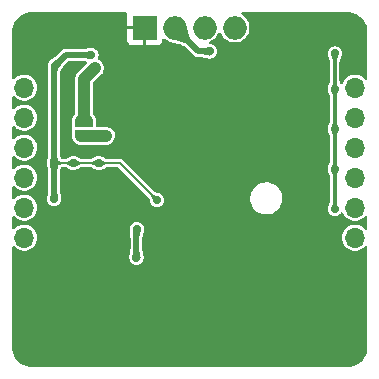
<source format=gbl>
G04 #@! TF.GenerationSoftware,KiCad,Pcbnew,7.0.1*
G04 #@! TF.CreationDate,2023-07-17T03:26:51+02:00*
G04 #@! TF.ProjectId,RS485_interface,52533438-355f-4696-9e74-657266616365,2*
G04 #@! TF.SameCoordinates,Original*
G04 #@! TF.FileFunction,Copper,L2,Bot*
G04 #@! TF.FilePolarity,Positive*
%FSLAX46Y46*%
G04 Gerber Fmt 4.6, Leading zero omitted, Abs format (unit mm)*
G04 Created by KiCad (PCBNEW 7.0.1) date 2023-07-17 03:26:51*
%MOMM*%
%LPD*%
G01*
G04 APERTURE LIST*
G04 Aperture macros list*
%AMFreePoly0*
4,1,19,0.500000,-0.750000,0.000000,-0.750000,0.000000,-0.744911,-0.071157,-0.744911,-0.207708,-0.704816,-0.327430,-0.627875,-0.420627,-0.520320,-0.479746,-0.390866,-0.500000,-0.250000,-0.500000,0.250000,-0.479746,0.390866,-0.420627,0.520320,-0.327430,0.627875,-0.207708,0.704816,-0.071157,0.744911,0.000000,0.744911,0.000000,0.750000,0.500000,0.750000,0.500000,-0.750000,0.500000,-0.750000,
$1*%
%AMFreePoly1*
4,1,19,0.000000,0.744911,0.071157,0.744911,0.207708,0.704816,0.327430,0.627875,0.420627,0.520320,0.479746,0.390866,0.500000,0.250000,0.500000,-0.250000,0.479746,-0.390866,0.420627,-0.520320,0.327430,-0.627875,0.207708,-0.704816,0.071157,-0.744911,0.000000,-0.744911,0.000000,-0.750000,-0.500000,-0.750000,-0.500000,0.750000,0.000000,0.750000,0.000000,0.744911,0.000000,0.744911,
$1*%
G04 Aperture macros list end*
G04 #@! TA.AperFunction,SMDPad,CuDef*
%ADD10FreePoly0,270.000000*%
G04 #@! TD*
G04 #@! TA.AperFunction,SMDPad,CuDef*
%ADD11FreePoly1,270.000000*%
G04 #@! TD*
G04 #@! TA.AperFunction,ComponentPad*
%ADD12R,2.000000X2.000000*%
G04 #@! TD*
G04 #@! TA.AperFunction,ComponentPad*
%ADD13O,2.000000X2.000000*%
G04 #@! TD*
G04 #@! TA.AperFunction,ComponentPad*
%ADD14O,1.700000X1.700000*%
G04 #@! TD*
G04 #@! TA.AperFunction,ViaPad*
%ADD15C,0.700000*%
G04 #@! TD*
G04 #@! TA.AperFunction,Conductor*
%ADD16C,1.000000*%
G04 #@! TD*
G04 #@! TA.AperFunction,Conductor*
%ADD17C,0.300000*%
G04 #@! TD*
G04 #@! TA.AperFunction,Conductor*
%ADD18C,0.500000*%
G04 #@! TD*
G04 #@! TA.AperFunction,Conductor*
%ADD19C,0.200000*%
G04 #@! TD*
G04 APERTURE END LIST*
D10*
X98500000Y-55625000D03*
D11*
X98500000Y-56925000D03*
D12*
X103630001Y-47755420D03*
D13*
X106170001Y-47755420D03*
D14*
X93440001Y-52835420D03*
X93440001Y-55375420D03*
X93440001Y-57915420D03*
X93440001Y-60455420D03*
X93440001Y-62995420D03*
X93440001Y-65535420D03*
X121440001Y-65535420D03*
X121440001Y-62995420D03*
X121440001Y-60455420D03*
X121440001Y-57915420D03*
X121440001Y-55375420D03*
X121440001Y-52835420D03*
D13*
X108710001Y-47755420D03*
X111250001Y-47755420D03*
D15*
X100375000Y-56925000D03*
X99425000Y-51175000D03*
X118785301Y-48064978D03*
X113705301Y-48064978D03*
X116245301Y-48064978D03*
X121325301Y-48064978D03*
X121125001Y-70160420D03*
X121125001Y-67620420D03*
X118585001Y-75240420D03*
X118585001Y-65080420D03*
X116045001Y-75240420D03*
X116045001Y-67620420D03*
X116045001Y-62540420D03*
X113505001Y-75240420D03*
X113505001Y-60000420D03*
X110965001Y-75240420D03*
X110965001Y-60000420D03*
X108425001Y-70160420D03*
X105885001Y-70160420D03*
X100805001Y-62540420D03*
X98265001Y-75240420D03*
X98265001Y-67620420D03*
X95725001Y-70160420D03*
X95725001Y-67620420D03*
X93185001Y-70160420D03*
X93185001Y-67620420D03*
X93185001Y-49840420D03*
X119725301Y-49939978D03*
X119725301Y-52939978D03*
X119725301Y-56314978D03*
X119725301Y-59714978D03*
X119725301Y-63114978D03*
X109150301Y-49764978D03*
X99125301Y-50064978D03*
X96050301Y-50964978D03*
X104700301Y-62364978D03*
X95975301Y-62289478D03*
X95975301Y-59214478D03*
X99750301Y-59214478D03*
X97600301Y-59214478D03*
X100400301Y-65664978D03*
X101350301Y-47064978D03*
X94150301Y-47064978D03*
X107550301Y-51464978D03*
X114050301Y-58239978D03*
X105600301Y-57214978D03*
X114050301Y-56564978D03*
X106625301Y-51964978D03*
X104725301Y-54852478D03*
X110185001Y-62305420D03*
X109850301Y-51139978D03*
X102935001Y-67230420D03*
X102960001Y-64805420D03*
D16*
X98500000Y-56925000D02*
X100375000Y-56925000D01*
X98500000Y-52100000D02*
X99425000Y-51175000D01*
X98500000Y-55625000D02*
X98500000Y-52100000D01*
D17*
X119725301Y-52939978D02*
X119725301Y-49939978D01*
X119725301Y-56314978D02*
X119725301Y-52939978D01*
X119725301Y-59714978D02*
X119725301Y-56314978D01*
X119725301Y-63114978D02*
X119725301Y-59714978D01*
D18*
X108179559Y-49764978D02*
X109150301Y-49764978D01*
X106170001Y-47755420D02*
X108179559Y-49764978D01*
X96950301Y-50064978D02*
X96050301Y-50964978D01*
X99125301Y-50064978D02*
X96950301Y-50064978D01*
X95975301Y-51039978D02*
X95975301Y-59214478D01*
X96050301Y-50964978D02*
X95975301Y-51039978D01*
D19*
X101549801Y-59214478D02*
X104700301Y-62364978D01*
X99750301Y-59214478D02*
X101549801Y-59214478D01*
D18*
X95975301Y-62289478D02*
X95975301Y-59214478D01*
D19*
X95975301Y-59214478D02*
X97600301Y-59214478D01*
X99750301Y-59214478D02*
X97600301Y-59214478D01*
D18*
X102935001Y-67230420D02*
X102935001Y-64830420D01*
X102935001Y-64830420D02*
X102960001Y-64805420D01*
G04 #@! TA.AperFunction,Conductor*
G36*
X102092702Y-46454602D02*
G01*
X102137083Y-46493758D01*
X102158260Y-46549024D01*
X102151409Y-46607811D01*
X102136403Y-46648042D01*
X102130001Y-46707596D01*
X102130001Y-47630420D01*
X103631001Y-47630420D01*
X103693001Y-47647033D01*
X103738388Y-47692420D01*
X103755001Y-47754420D01*
X103755001Y-49255420D01*
X104677825Y-49255420D01*
X104737376Y-49249017D01*
X104872090Y-49198772D01*
X104987189Y-49112608D01*
X105073353Y-48997509D01*
X105123598Y-48862795D01*
X105130001Y-48803244D01*
X105130001Y-48783257D01*
X105143516Y-48726962D01*
X105181116Y-48682939D01*
X105234603Y-48660784D01*
X105292319Y-48665326D01*
X105341682Y-48695576D01*
X105363124Y-48717018D01*
X105542362Y-48842522D01*
X105680655Y-48907009D01*
X105682755Y-48908013D01*
X105719144Y-48925858D01*
X105719146Y-48925858D01*
X105719357Y-48925962D01*
X105732354Y-48931116D01*
X105740671Y-48934995D01*
X105769821Y-48942805D01*
X105776549Y-48944815D01*
X106126305Y-49060324D01*
X106141787Y-49064900D01*
X106143221Y-49065275D01*
X106159060Y-49068883D01*
X106475743Y-49130505D01*
X106478508Y-49131076D01*
X106657454Y-49170281D01*
X106705750Y-49180862D01*
X106732300Y-49189927D01*
X106925524Y-49281462D01*
X106952013Y-49298428D01*
X107206835Y-49511695D01*
X107235245Y-49535472D01*
X107236297Y-49536063D01*
X107263273Y-49556506D01*
X107778172Y-50071405D01*
X107794805Y-50092045D01*
X107797413Y-50096103D01*
X107797415Y-50096105D01*
X107797416Y-50096106D01*
X107834960Y-50128637D01*
X107841424Y-50134657D01*
X107850965Y-50144199D01*
X107861766Y-50152284D01*
X107868659Y-50157838D01*
X107906186Y-50190355D01*
X107910568Y-50192356D01*
X107933365Y-50205882D01*
X107937228Y-50208774D01*
X107937229Y-50208774D01*
X107937230Y-50208775D01*
X107983751Y-50226126D01*
X107991931Y-50229514D01*
X108008001Y-50236852D01*
X108037102Y-50250143D01*
X108041875Y-50250829D01*
X108067557Y-50257383D01*
X108072076Y-50259069D01*
X108121611Y-50262611D01*
X108130396Y-50263556D01*
X108143760Y-50265478D01*
X108157251Y-50265478D01*
X108166097Y-50265793D01*
X108215632Y-50269337D01*
X108220345Y-50268312D01*
X108246703Y-50265478D01*
X108410123Y-50265478D01*
X108440607Y-50269283D01*
X108446116Y-50270681D01*
X108583181Y-50278843D01*
X108600369Y-50281081D01*
X108683168Y-50297818D01*
X108692097Y-50299971D01*
X108783476Y-50325639D01*
X108786043Y-50326308D01*
X108792668Y-50328038D01*
X108793514Y-50328242D01*
X108802755Y-50330290D01*
X108802765Y-50330292D01*
X108802792Y-50330298D01*
X108924250Y-50354850D01*
X108941915Y-50357780D01*
X108943537Y-50357991D01*
X108961306Y-50359674D01*
X109122750Y-50369289D01*
X109122760Y-50369288D01*
X109129205Y-50369672D01*
X109146374Y-50370142D01*
X109150301Y-50370660D01*
X109307063Y-50350022D01*
X109453142Y-50289514D01*
X109578583Y-50193260D01*
X109674837Y-50067819D01*
X109735345Y-49921740D01*
X109755983Y-49764978D01*
X109735345Y-49608216D01*
X109674837Y-49462137D01*
X109639006Y-49415441D01*
X109578583Y-49336695D01*
X109453141Y-49240441D01*
X109307063Y-49179934D01*
X109188420Y-49164314D01*
X109129981Y-49140405D01*
X109090890Y-49090819D01*
X109081285Y-49028413D01*
X109103656Y-48969368D01*
X109152202Y-48928993D01*
X109198294Y-48907500D01*
X109337640Y-48842522D01*
X109516878Y-48717018D01*
X109671599Y-48562297D01*
X109797103Y-48383059D01*
X109867618Y-48231837D01*
X109913376Y-48179661D01*
X109980001Y-48160242D01*
X110046626Y-48179661D01*
X110092383Y-48231837D01*
X110162899Y-48383059D01*
X110288403Y-48562297D01*
X110443124Y-48717018D01*
X110622362Y-48842522D01*
X110820671Y-48934995D01*
X111032024Y-48991627D01*
X111250001Y-49010697D01*
X111467978Y-48991627D01*
X111679331Y-48934995D01*
X111877640Y-48842522D01*
X112056878Y-48717018D01*
X112211599Y-48562297D01*
X112337103Y-48383059D01*
X112429576Y-48184750D01*
X112486208Y-47973397D01*
X112505278Y-47755420D01*
X112486208Y-47537443D01*
X112429576Y-47326090D01*
X112337103Y-47127782D01*
X112211599Y-46948543D01*
X112056878Y-46793822D01*
X111877640Y-46668318D01*
X111877636Y-46668316D01*
X111874404Y-46666053D01*
X111834077Y-46618836D01*
X111821698Y-46557988D01*
X111840370Y-46498768D01*
X111885412Y-46456025D01*
X111945528Y-46440478D01*
X120752706Y-46440478D01*
X120795873Y-46440478D01*
X120804719Y-46440794D01*
X121033326Y-46457144D01*
X121050827Y-46459661D01*
X121270445Y-46507435D01*
X121287407Y-46512415D01*
X121498002Y-46590963D01*
X121514079Y-46598304D01*
X121711356Y-46706025D01*
X121726219Y-46715578D01*
X121817458Y-46783878D01*
X121906144Y-46850267D01*
X121919514Y-46861852D01*
X122078432Y-47020767D01*
X122090019Y-47034138D01*
X122224709Y-47214061D01*
X122234273Y-47228943D01*
X122305091Y-47358635D01*
X122341985Y-47426199D01*
X122349334Y-47442293D01*
X122427874Y-47652862D01*
X122432859Y-47669837D01*
X122480635Y-47889450D01*
X122483153Y-47906961D01*
X122499485Y-48135268D01*
X122499801Y-48144116D01*
X122499801Y-52042707D01*
X122484683Y-52102043D01*
X122443015Y-52146910D01*
X122384958Y-52166368D01*
X122324668Y-52155674D01*
X122276847Y-52117433D01*
X122256766Y-52090841D01*
X122106042Y-51953438D01*
X121932639Y-51846072D01*
X121742458Y-51772396D01*
X121675630Y-51759903D01*
X121541977Y-51734920D01*
X121338025Y-51734920D01*
X121237784Y-51753658D01*
X121137543Y-51772396D01*
X120947362Y-51846072D01*
X120773959Y-51953438D01*
X120623237Y-52090839D01*
X120500325Y-52253601D01*
X120409419Y-52436167D01*
X120404713Y-52452708D01*
X120375562Y-52503950D01*
X120326043Y-52535938D01*
X120267348Y-52541444D01*
X120212743Y-52519222D01*
X120174572Y-52474295D01*
X120173600Y-52472354D01*
X120169710Y-52463788D01*
X120153370Y-52423852D01*
X120146737Y-52402161D01*
X120138648Y-52363294D01*
X120136198Y-52344103D01*
X120131040Y-52238625D01*
X120129328Y-52231601D01*
X120125801Y-52202237D01*
X120125801Y-50677719D01*
X120129328Y-50648355D01*
X120131039Y-50641334D01*
X120131040Y-50641331D01*
X120136198Y-50535850D01*
X120138650Y-50516654D01*
X120146738Y-50477784D01*
X120153370Y-50456101D01*
X120169714Y-50416153D01*
X120173603Y-50407592D01*
X120215469Y-50324022D01*
X120217583Y-50319700D01*
X120217775Y-50319298D01*
X120219852Y-50314841D01*
X120271739Y-50200601D01*
X120276296Y-50190568D01*
X120276298Y-50190563D01*
X120287388Y-50153771D01*
X120291539Y-50142138D01*
X120310345Y-50096740D01*
X120330983Y-49939978D01*
X120310345Y-49783216D01*
X120249837Y-49637137D01*
X120227645Y-49608216D01*
X120153583Y-49511695D01*
X120028141Y-49415441D01*
X119882063Y-49354934D01*
X119725301Y-49334295D01*
X119568538Y-49354934D01*
X119422460Y-49415441D01*
X119297018Y-49511695D01*
X119200764Y-49637137D01*
X119140257Y-49783215D01*
X119119618Y-49939978D01*
X119140256Y-50096738D01*
X119159059Y-50142132D01*
X119163221Y-50153799D01*
X119174300Y-50190557D01*
X119230762Y-50314871D01*
X119232755Y-50319153D01*
X119232930Y-50319520D01*
X119235104Y-50323969D01*
X119276993Y-50407588D01*
X119280892Y-50416171D01*
X119297228Y-50456100D01*
X119297229Y-50456101D01*
X119303862Y-50477793D01*
X119311949Y-50516654D01*
X119314402Y-50535858D01*
X119319562Y-50641334D01*
X119321274Y-50648358D01*
X119324801Y-50677722D01*
X119324801Y-52202235D01*
X119321272Y-52231608D01*
X119319560Y-52238626D01*
X119314402Y-52344096D01*
X119311949Y-52363304D01*
X119303862Y-52402161D01*
X119297229Y-52423849D01*
X119280888Y-52463790D01*
X119276989Y-52472374D01*
X119235103Y-52555987D01*
X119233065Y-52560149D01*
X119232922Y-52560449D01*
X119230763Y-52565078D01*
X119174299Y-52689400D01*
X119163215Y-52726169D01*
X119159056Y-52737826D01*
X119140257Y-52783215D01*
X119119618Y-52939978D01*
X119140256Y-53096738D01*
X119159059Y-53142132D01*
X119163221Y-53153799D01*
X119174300Y-53190557D01*
X119230762Y-53314871D01*
X119232755Y-53319153D01*
X119232930Y-53319520D01*
X119235104Y-53323969D01*
X119276993Y-53407588D01*
X119280892Y-53416171D01*
X119297228Y-53456100D01*
X119297229Y-53456101D01*
X119303862Y-53477793D01*
X119311949Y-53516654D01*
X119314402Y-53535858D01*
X119319562Y-53641334D01*
X119321274Y-53648358D01*
X119324801Y-53677722D01*
X119324801Y-55577235D01*
X119321272Y-55606608D01*
X119319560Y-55613626D01*
X119314402Y-55719096D01*
X119311949Y-55738304D01*
X119303862Y-55777161D01*
X119297229Y-55798849D01*
X119280888Y-55838790D01*
X119276989Y-55847374D01*
X119235103Y-55930987D01*
X119233065Y-55935149D01*
X119232922Y-55935449D01*
X119230763Y-55940078D01*
X119174299Y-56064400D01*
X119163215Y-56101169D01*
X119159056Y-56112826D01*
X119140257Y-56158215D01*
X119119618Y-56314978D01*
X119140256Y-56471738D01*
X119159059Y-56517132D01*
X119163221Y-56528799D01*
X119174300Y-56565557D01*
X119230762Y-56689871D01*
X119232755Y-56694153D01*
X119232930Y-56694520D01*
X119235104Y-56698969D01*
X119276993Y-56782588D01*
X119280892Y-56791171D01*
X119297228Y-56831100D01*
X119297229Y-56831101D01*
X119303862Y-56852793D01*
X119311949Y-56891654D01*
X119314402Y-56910858D01*
X119319562Y-57016334D01*
X119321274Y-57023358D01*
X119324801Y-57052722D01*
X119324801Y-58977235D01*
X119321272Y-59006608D01*
X119319560Y-59013626D01*
X119314402Y-59119096D01*
X119311949Y-59138304D01*
X119303862Y-59177161D01*
X119297229Y-59198849D01*
X119280888Y-59238790D01*
X119276989Y-59247374D01*
X119235103Y-59330987D01*
X119233069Y-59335144D01*
X119232922Y-59335449D01*
X119230763Y-59340078D01*
X119174299Y-59464400D01*
X119163215Y-59501169D01*
X119159056Y-59512826D01*
X119140257Y-59558215D01*
X119119618Y-59714978D01*
X119140256Y-59871738D01*
X119159059Y-59917132D01*
X119163221Y-59928799D01*
X119174300Y-59965557D01*
X119230762Y-60089871D01*
X119232755Y-60094153D01*
X119232930Y-60094520D01*
X119235104Y-60098969D01*
X119276993Y-60182588D01*
X119280892Y-60191171D01*
X119297229Y-60231101D01*
X119303862Y-60252793D01*
X119311949Y-60291654D01*
X119314402Y-60310858D01*
X119319562Y-60416334D01*
X119321274Y-60423358D01*
X119324801Y-60452722D01*
X119324801Y-62377235D01*
X119321272Y-62406608D01*
X119319560Y-62413626D01*
X119314402Y-62519096D01*
X119311949Y-62538304D01*
X119303862Y-62577161D01*
X119297229Y-62598849D01*
X119280888Y-62638790D01*
X119276989Y-62647374D01*
X119235103Y-62730987D01*
X119233065Y-62735149D01*
X119232922Y-62735449D01*
X119230763Y-62740078D01*
X119174299Y-62864400D01*
X119163215Y-62901169D01*
X119159056Y-62912826D01*
X119140257Y-62958215D01*
X119119618Y-63114978D01*
X119140257Y-63271740D01*
X119200764Y-63417818D01*
X119297018Y-63543260D01*
X119422460Y-63639514D01*
X119568539Y-63700022D01*
X119725301Y-63720660D01*
X119882063Y-63700022D01*
X120028142Y-63639514D01*
X120153583Y-63543260D01*
X120232735Y-63440106D01*
X120281678Y-63401873D01*
X120343025Y-63392168D01*
X120401383Y-63413429D01*
X120442109Y-63460322D01*
X120500327Y-63577240D01*
X120623237Y-63740000D01*
X120773959Y-63877401D01*
X120947362Y-63984767D01*
X120947364Y-63984768D01*
X121137545Y-64058444D01*
X121338025Y-64095920D01*
X121541975Y-64095920D01*
X121541977Y-64095920D01*
X121742457Y-64058444D01*
X121932638Y-63984768D01*
X122106042Y-63877401D01*
X122256765Y-63739999D01*
X122262611Y-63732258D01*
X122276847Y-63713407D01*
X122324668Y-63675166D01*
X122384958Y-63664472D01*
X122443015Y-63683930D01*
X122484683Y-63728797D01*
X122499801Y-63788133D01*
X122499801Y-64742707D01*
X122484683Y-64802043D01*
X122443015Y-64846910D01*
X122384958Y-64866368D01*
X122324668Y-64855674D01*
X122276847Y-64817433D01*
X122256766Y-64790841D01*
X122106042Y-64653438D01*
X121932639Y-64546072D01*
X121742458Y-64472396D01*
X121675630Y-64459904D01*
X121541977Y-64434920D01*
X121338025Y-64434920D01*
X121237785Y-64453657D01*
X121137543Y-64472396D01*
X120947362Y-64546072D01*
X120773959Y-64653438D01*
X120623237Y-64790839D01*
X120500325Y-64953601D01*
X120409419Y-65136168D01*
X120353603Y-65332336D01*
X120334786Y-65535420D01*
X120353603Y-65738503D01*
X120409419Y-65934671D01*
X120500325Y-66117238D01*
X120623237Y-66280000D01*
X120773959Y-66417401D01*
X120940836Y-66520726D01*
X120947364Y-66524768D01*
X121137545Y-66598444D01*
X121338025Y-66635920D01*
X121541975Y-66635920D01*
X121541977Y-66635920D01*
X121742457Y-66598444D01*
X121932638Y-66524768D01*
X122106042Y-66417401D01*
X122256765Y-66279999D01*
X122262611Y-66272258D01*
X122276847Y-66253407D01*
X122324668Y-66215166D01*
X122384958Y-66204472D01*
X122443015Y-66223930D01*
X122484683Y-66268797D01*
X122499801Y-66328133D01*
X122499801Y-74722263D01*
X122499800Y-74722269D01*
X122499800Y-74785555D01*
X122499484Y-74794400D01*
X122483137Y-75022996D01*
X122480620Y-75040507D01*
X122432848Y-75260126D01*
X122427863Y-75277103D01*
X122349325Y-75487675D01*
X122341976Y-75503768D01*
X122234268Y-75701023D01*
X122224703Y-75715907D01*
X122090018Y-75895828D01*
X122078432Y-75909199D01*
X121919513Y-76068120D01*
X121906142Y-76079706D01*
X121726223Y-76214393D01*
X121711339Y-76223958D01*
X121514089Y-76331666D01*
X121497996Y-76339016D01*
X121287414Y-76417560D01*
X121270438Y-76422544D01*
X121050833Y-76470316D01*
X121033322Y-76472834D01*
X120825416Y-76487704D01*
X120805040Y-76489162D01*
X120796195Y-76489478D01*
X94104729Y-76489478D01*
X94095883Y-76489162D01*
X93867284Y-76472812D01*
X93849772Y-76470294D01*
X93630165Y-76422521D01*
X93613194Y-76417538D01*
X93402616Y-76338997D01*
X93386524Y-76331648D01*
X93189270Y-76223937D01*
X93174388Y-76214372D01*
X92994474Y-76079690D01*
X92981102Y-76068104D01*
X92822185Y-75909185D01*
X92810599Y-75895813D01*
X92675916Y-75715894D01*
X92666351Y-75701011D01*
X92558643Y-75503756D01*
X92551294Y-75487663D01*
X92546809Y-75475637D01*
X92472753Y-75277080D01*
X92467775Y-75260126D01*
X92420001Y-75040504D01*
X92417486Y-75023007D01*
X92401117Y-74794106D01*
X92400801Y-74785259D01*
X92400802Y-74742387D01*
X92400801Y-74742384D01*
X92400801Y-67230418D01*
X102329318Y-67230418D01*
X102349957Y-67387182D01*
X102410464Y-67533260D01*
X102506718Y-67658702D01*
X102632160Y-67754956D01*
X102778239Y-67815464D01*
X102935001Y-67836102D01*
X103091763Y-67815464D01*
X103237842Y-67754956D01*
X103363283Y-67658702D01*
X103459537Y-67533261D01*
X103520045Y-67387182D01*
X103540683Y-67230420D01*
X103540165Y-67226493D01*
X103539695Y-67209324D01*
X103539311Y-67202879D01*
X103539312Y-67202869D01*
X103529697Y-67041425D01*
X103528014Y-67023656D01*
X103527803Y-67022034D01*
X103527800Y-67022017D01*
X103527798Y-67022000D01*
X103524877Y-67004390D01*
X103500318Y-66882893D01*
X103498303Y-66873801D01*
X103498268Y-66873642D01*
X103498064Y-66872796D01*
X103495662Y-66863591D01*
X103469995Y-66772219D01*
X103467835Y-66763264D01*
X103451105Y-66680495D01*
X103448866Y-66663300D01*
X103448866Y-66663297D01*
X103440704Y-66526235D01*
X103439306Y-66520726D01*
X103435501Y-66490242D01*
X103435501Y-65544015D01*
X103439719Y-65511948D01*
X103439817Y-65511580D01*
X103440600Y-65508657D01*
X103450307Y-65378739D01*
X103453806Y-65357348D01*
X103472258Y-65285015D01*
X103475573Y-65274133D01*
X103506551Y-65187028D01*
X103510242Y-65175838D01*
X103510555Y-65174810D01*
X103513704Y-65163546D01*
X103544318Y-65043540D01*
X103546836Y-65031479D01*
X103548901Y-65021595D01*
X103549233Y-65019562D01*
X103549234Y-65019558D01*
X103551867Y-64997404D01*
X103563854Y-64836996D01*
X103564673Y-64813084D01*
X103565683Y-64805420D01*
X103545045Y-64648658D01*
X103484537Y-64502579D01*
X103432621Y-64434920D01*
X103388283Y-64377137D01*
X103262841Y-64280883D01*
X103116763Y-64220376D01*
X102960001Y-64199737D01*
X102803238Y-64220376D01*
X102657160Y-64280883D01*
X102531718Y-64377137D01*
X102435464Y-64502579D01*
X102374957Y-64648657D01*
X102354318Y-64805423D01*
X102354383Y-64805912D01*
X102354693Y-64820793D01*
X102354933Y-64820783D01*
X102362531Y-64989244D01*
X102363512Y-65002885D01*
X102363629Y-65004070D01*
X102365313Y-65017498D01*
X102383764Y-65138553D01*
X102384913Y-65145459D01*
X102385016Y-65146030D01*
X102386494Y-65153582D01*
X102406383Y-65247705D01*
X102407646Y-65254656D01*
X102421577Y-65346057D01*
X102422867Y-65359153D01*
X102429255Y-65500784D01*
X102431071Y-65508341D01*
X102434501Y-65537305D01*
X102434501Y-66490237D01*
X102430694Y-66520726D01*
X102429297Y-66526230D01*
X102421133Y-66663297D01*
X102418894Y-66680492D01*
X102402161Y-66763273D01*
X102400000Y-66772231D01*
X102374337Y-66863592D01*
X102374327Y-66863629D01*
X102371891Y-66872977D01*
X102371693Y-66873801D01*
X102369682Y-66882892D01*
X102345124Y-67004387D01*
X102342201Y-67022005D01*
X102341985Y-67023669D01*
X102340305Y-67041409D01*
X102330308Y-67209259D01*
X102329836Y-67226487D01*
X102329318Y-67230418D01*
X92400801Y-67230418D01*
X92400801Y-66355412D01*
X92415919Y-66296076D01*
X92457587Y-66251209D01*
X92515644Y-66231751D01*
X92575934Y-66242445D01*
X92614100Y-66272965D01*
X92614745Y-66272258D01*
X92773959Y-66417401D01*
X92940836Y-66520726D01*
X92947364Y-66524768D01*
X93137545Y-66598444D01*
X93338025Y-66635920D01*
X93541975Y-66635920D01*
X93541977Y-66635920D01*
X93742457Y-66598444D01*
X93932638Y-66524768D01*
X94106042Y-66417401D01*
X94174041Y-66355412D01*
X94256764Y-66280000D01*
X94262077Y-66272965D01*
X94379674Y-66117241D01*
X94379674Y-66117239D01*
X94379676Y-66117238D01*
X94425314Y-66025581D01*
X94470583Y-65934670D01*
X94526398Y-65738503D01*
X94545216Y-65535420D01*
X94526398Y-65332337D01*
X94512938Y-65285032D01*
X94499801Y-65238859D01*
X94470583Y-65136170D01*
X94470210Y-65135421D01*
X94379676Y-64953601D01*
X94256764Y-64790839D01*
X94106042Y-64653438D01*
X93932639Y-64546072D01*
X93742458Y-64472396D01*
X93675630Y-64459904D01*
X93541977Y-64434920D01*
X93338025Y-64434920D01*
X93237785Y-64453657D01*
X93137543Y-64472396D01*
X92947362Y-64546072D01*
X92773959Y-64653438D01*
X92614745Y-64798582D01*
X92614100Y-64797874D01*
X92575934Y-64828395D01*
X92515644Y-64839089D01*
X92457587Y-64819631D01*
X92415919Y-64774764D01*
X92400801Y-64715428D01*
X92400801Y-63815412D01*
X92415919Y-63756076D01*
X92457587Y-63711209D01*
X92515644Y-63691751D01*
X92575934Y-63702445D01*
X92614100Y-63732965D01*
X92614745Y-63732258D01*
X92773959Y-63877401D01*
X92947362Y-63984767D01*
X92947364Y-63984768D01*
X93137545Y-64058444D01*
X93338025Y-64095920D01*
X93541975Y-64095920D01*
X93541977Y-64095920D01*
X93742457Y-64058444D01*
X93932638Y-63984768D01*
X94106042Y-63877401D01*
X94174041Y-63815412D01*
X94256764Y-63740000D01*
X94262077Y-63732965D01*
X94379674Y-63577241D01*
X94379674Y-63577239D01*
X94379676Y-63577238D01*
X94459056Y-63417819D01*
X94470583Y-63394670D01*
X94526398Y-63198503D01*
X94545216Y-62995420D01*
X94526398Y-62792337D01*
X94470583Y-62596170D01*
X94457113Y-62569119D01*
X94379676Y-62413601D01*
X94285941Y-62289476D01*
X95369618Y-62289476D01*
X95390257Y-62446240D01*
X95450764Y-62592318D01*
X95547018Y-62717760D01*
X95644210Y-62792337D01*
X95672460Y-62814014D01*
X95818539Y-62874522D01*
X95954662Y-62892442D01*
X95975300Y-62895160D01*
X95975300Y-62895159D01*
X95975301Y-62895160D01*
X96132063Y-62874522D01*
X96278142Y-62814014D01*
X96403583Y-62717760D01*
X96499837Y-62592319D01*
X96560345Y-62446240D01*
X96580983Y-62289478D01*
X96580465Y-62285551D01*
X96579995Y-62268382D01*
X96579611Y-62261937D01*
X96579612Y-62261927D01*
X96569997Y-62100483D01*
X96568314Y-62082714D01*
X96568103Y-62081092D01*
X96568100Y-62081075D01*
X96568098Y-62081058D01*
X96565177Y-62063448D01*
X96540618Y-61941951D01*
X96538565Y-61932686D01*
X96538370Y-61931880D01*
X96538364Y-61931854D01*
X96535963Y-61922651D01*
X96524609Y-61882234D01*
X96510297Y-61831280D01*
X96508135Y-61822315D01*
X96492805Y-61746475D01*
X96491404Y-61739547D01*
X96489166Y-61722358D01*
X96481004Y-61585293D01*
X96479606Y-61579784D01*
X96475801Y-61549300D01*
X96475801Y-59954656D01*
X96479607Y-59924170D01*
X96481003Y-59918665D01*
X96481004Y-59918663D01*
X96489166Y-59781592D01*
X96491405Y-59764403D01*
X96492009Y-59761414D01*
X96508138Y-59681621D01*
X96510297Y-59672670D01*
X96510298Y-59672668D01*
X96512392Y-59665212D01*
X96535290Y-59620853D01*
X96573828Y-59589117D01*
X96621755Y-59575153D01*
X96685183Y-59570014D01*
X96687521Y-59569374D01*
X96720247Y-59564978D01*
X96855354Y-59564978D01*
X96888084Y-59569376D01*
X96890415Y-59570014D01*
X96913988Y-59571923D01*
X96983700Y-59577572D01*
X97012222Y-59583308D01*
X97030976Y-59589441D01*
X97055651Y-59600626D01*
X97097566Y-59625469D01*
X97101099Y-59627644D01*
X97190645Y-59684850D01*
X97190658Y-59684857D01*
X97190663Y-59684861D01*
X97202716Y-59692103D01*
X97203835Y-59692734D01*
X97216218Y-59699276D01*
X97342069Y-59761414D01*
X97386932Y-59776403D01*
X97395045Y-59779435D01*
X97443539Y-59799522D01*
X97600301Y-59820160D01*
X97757063Y-59799522D01*
X97805556Y-59779434D01*
X97813651Y-59776408D01*
X97858533Y-59761413D01*
X97984383Y-59699275D01*
X97996765Y-59692734D01*
X97997884Y-59692103D01*
X98009937Y-59684861D01*
X98099533Y-59627622D01*
X98103032Y-59625469D01*
X98143815Y-59601297D01*
X98144949Y-59600624D01*
X98169618Y-59589442D01*
X98188378Y-59583307D01*
X98216896Y-59577572D01*
X98310183Y-59570014D01*
X98312521Y-59569374D01*
X98345247Y-59564978D01*
X99005354Y-59564978D01*
X99038084Y-59569376D01*
X99040415Y-59570014D01*
X99063988Y-59571923D01*
X99133700Y-59577572D01*
X99162222Y-59583308D01*
X99180976Y-59589441D01*
X99205651Y-59600626D01*
X99247566Y-59625469D01*
X99251099Y-59627644D01*
X99340645Y-59684850D01*
X99340658Y-59684857D01*
X99340663Y-59684861D01*
X99352716Y-59692103D01*
X99353835Y-59692734D01*
X99366218Y-59699276D01*
X99492069Y-59761414D01*
X99536932Y-59776403D01*
X99545045Y-59779435D01*
X99593539Y-59799522D01*
X99750301Y-59820160D01*
X99907063Y-59799522D01*
X99955556Y-59779434D01*
X99963651Y-59776408D01*
X100008533Y-59761413D01*
X100134383Y-59699275D01*
X100146765Y-59692734D01*
X100147884Y-59692103D01*
X100159937Y-59684861D01*
X100249533Y-59627622D01*
X100253032Y-59625469D01*
X100293815Y-59601297D01*
X100294949Y-59600624D01*
X100319618Y-59589442D01*
X100338378Y-59583307D01*
X100366896Y-59577572D01*
X100460183Y-59570014D01*
X100462521Y-59569374D01*
X100495247Y-59564978D01*
X101353257Y-59564978D01*
X101400710Y-59574417D01*
X101440938Y-59601297D01*
X103925701Y-62086060D01*
X103945732Y-62112307D01*
X103946936Y-62114418D01*
X103985877Y-62160226D01*
X104007545Y-62185716D01*
X104023660Y-62209944D01*
X104032582Y-62227537D01*
X104042124Y-62252900D01*
X104054201Y-62300125D01*
X104055161Y-62304159D01*
X104078034Y-62407947D01*
X104081417Y-62421513D01*
X104081775Y-62422800D01*
X104085907Y-62436187D01*
X104114902Y-62521740D01*
X104130962Y-62569124D01*
X104144462Y-62596168D01*
X104152054Y-62611377D01*
X104155669Y-62619304D01*
X104175765Y-62667820D01*
X104272018Y-62793260D01*
X104377921Y-62874521D01*
X104397460Y-62889514D01*
X104543539Y-62950022D01*
X104700301Y-62970660D01*
X104857063Y-62950022D01*
X105003142Y-62889514D01*
X105128583Y-62793260D01*
X105224837Y-62667819D01*
X105285345Y-62521740D01*
X105305983Y-62364978D01*
X105285345Y-62208216D01*
X105265468Y-62160229D01*
X112581829Y-62160229D01*
X112591614Y-62390585D01*
X112640191Y-62615984D01*
X112719766Y-62814014D01*
X112726160Y-62829926D01*
X112847050Y-63026263D01*
X112925129Y-63114978D01*
X112999382Y-63199347D01*
X113178769Y-63344192D01*
X113380064Y-63456641D01*
X113597465Y-63533454D01*
X113824714Y-63572420D01*
X113824716Y-63572420D01*
X113997536Y-63572420D01*
X113997540Y-63572420D01*
X114112338Y-63562648D01*
X114169740Y-63557763D01*
X114392870Y-63499665D01*
X114602972Y-63404693D01*
X114794001Y-63275579D01*
X114960463Y-63116039D01*
X115097567Y-62930662D01*
X115201371Y-62724780D01*
X115268887Y-62504317D01*
X115298173Y-62275614D01*
X115288387Y-62045252D01*
X115239811Y-61819858D01*
X115239338Y-61818682D01*
X115156132Y-61611613D01*
X115153842Y-61605914D01*
X115032952Y-61409577D01*
X114890864Y-61248133D01*
X114880619Y-61236492D01*
X114701232Y-61091647D01*
X114499937Y-60979198D01*
X114282536Y-60902385D01*
X114055288Y-60863420D01*
X114055286Y-60863420D01*
X113882466Y-60863420D01*
X113882462Y-60863420D01*
X113710263Y-60878076D01*
X113487130Y-60936175D01*
X113277030Y-61031146D01*
X113086001Y-61160260D01*
X112919538Y-61319801D01*
X112782435Y-61505177D01*
X112678631Y-61711059D01*
X112611115Y-61931522D01*
X112609777Y-61941971D01*
X112587821Y-62113438D01*
X112581829Y-62160229D01*
X105265468Y-62160229D01*
X105224837Y-62062137D01*
X105132631Y-61941971D01*
X105128583Y-61936695D01*
X105003143Y-61840442D01*
X104954627Y-61820346D01*
X104946706Y-61816733D01*
X104904447Y-61795639D01*
X104856354Y-61779339D01*
X104771509Y-61750583D01*
X104758203Y-61746475D01*
X104756980Y-61746134D01*
X104756959Y-61746128D01*
X104748764Y-61744083D01*
X104743228Y-61742701D01*
X104639483Y-61719839D01*
X104635445Y-61718878D01*
X104588227Y-61706802D01*
X104562869Y-61697262D01*
X104545265Y-61688335D01*
X104521037Y-61672220D01*
X104449740Y-61611612D01*
X104447632Y-61610410D01*
X104421382Y-61590377D01*
X101832439Y-59001434D01*
X101816310Y-58981572D01*
X101811238Y-58973808D01*
X101788334Y-58955982D01*
X101777309Y-58946246D01*
X101761454Y-58934926D01*
X101757345Y-58931862D01*
X101713030Y-58897370D01*
X101659210Y-58881347D01*
X101654332Y-58879784D01*
X101601222Y-58861552D01*
X101545133Y-58863872D01*
X101540009Y-58863978D01*
X100495249Y-58863978D01*
X100462519Y-58859580D01*
X100460186Y-58858941D01*
X100366908Y-58851382D01*
X100338377Y-58845643D01*
X100319626Y-58839510D01*
X100294951Y-58828326D01*
X100253025Y-58803477D01*
X100249493Y-58801302D01*
X100159945Y-58744097D01*
X100147960Y-58736893D01*
X100146870Y-58736278D01*
X100134386Y-58729680D01*
X100008525Y-58667537D01*
X99963707Y-58652565D01*
X99955546Y-58649516D01*
X99907063Y-58629434D01*
X99750301Y-58608795D01*
X99593538Y-58629434D01*
X99545063Y-58649513D01*
X99536909Y-58652559D01*
X99526523Y-58656030D01*
X99492070Y-58667540D01*
X99366232Y-58729670D01*
X99353797Y-58736240D01*
X99352735Y-58736839D01*
X99340663Y-58744092D01*
X99251123Y-58801294D01*
X99247589Y-58803469D01*
X99205649Y-58828326D01*
X99180971Y-58839511D01*
X99162218Y-58845644D01*
X99133691Y-58851382D01*
X99040415Y-58858941D01*
X99038087Y-58859579D01*
X99005353Y-58863978D01*
X98345249Y-58863978D01*
X98312519Y-58859580D01*
X98310186Y-58858941D01*
X98216908Y-58851382D01*
X98188377Y-58845643D01*
X98169626Y-58839510D01*
X98144951Y-58828326D01*
X98103025Y-58803477D01*
X98099493Y-58801302D01*
X98009945Y-58744097D01*
X97997960Y-58736893D01*
X97996870Y-58736278D01*
X97984386Y-58729680D01*
X97858525Y-58667537D01*
X97813707Y-58652565D01*
X97805546Y-58649516D01*
X97757063Y-58629434D01*
X97600301Y-58608795D01*
X97443538Y-58629434D01*
X97395063Y-58649513D01*
X97386909Y-58652559D01*
X97376523Y-58656030D01*
X97342070Y-58667540D01*
X97216232Y-58729670D01*
X97203797Y-58736240D01*
X97202735Y-58736839D01*
X97190663Y-58744092D01*
X97101123Y-58801294D01*
X97097589Y-58803469D01*
X97055649Y-58828326D01*
X97030971Y-58839511D01*
X97012218Y-58845644D01*
X96983691Y-58851382D01*
X96890415Y-58858941D01*
X96888087Y-58859579D01*
X96855353Y-58863978D01*
X96720249Y-58863978D01*
X96687519Y-58859580D01*
X96685187Y-58858941D01*
X96639589Y-58855246D01*
X96621753Y-58853800D01*
X96573826Y-58839834D01*
X96535289Y-58808099D01*
X96512392Y-58763740D01*
X96510294Y-58756271D01*
X96508138Y-58747331D01*
X96491405Y-58664549D01*
X96489166Y-58647358D01*
X96481004Y-58510293D01*
X96479606Y-58504784D01*
X96475801Y-58474300D01*
X96475801Y-51684501D01*
X96478978Y-51656612D01*
X96481038Y-51647686D01*
X96481037Y-51647686D01*
X96481039Y-51647682D01*
X96484776Y-51540617D01*
X96486229Y-51525543D01*
X96493466Y-51479926D01*
X96498364Y-51459949D01*
X96510777Y-51422922D01*
X96515032Y-51411982D01*
X96549728Y-51333948D01*
X96550353Y-51332530D01*
X96550413Y-51332394D01*
X96559502Y-51311609D01*
X96580375Y-51278976D01*
X96604453Y-51251851D01*
X96615858Y-51238057D01*
X96616856Y-51236760D01*
X96627243Y-51222238D01*
X96695764Y-51118998D01*
X96700826Y-51111058D01*
X96701280Y-51110316D01*
X96706131Y-51102043D01*
X96752594Y-51019276D01*
X96757391Y-51011431D01*
X96804105Y-50941048D01*
X96814669Y-50927323D01*
X96905819Y-50824631D01*
X96908726Y-50819747D01*
X96927584Y-50795507D01*
X97121298Y-50601794D01*
X97161525Y-50574917D01*
X97208977Y-50565478D01*
X98385123Y-50565478D01*
X98415607Y-50569283D01*
X98421116Y-50570681D01*
X98558181Y-50578843D01*
X98575369Y-50581081D01*
X98658168Y-50597818D01*
X98667098Y-50599972D01*
X98675189Y-50602244D01*
X98730121Y-50634740D01*
X98761614Y-50690254D01*
X98761324Y-50754078D01*
X98729328Y-50809303D01*
X98014359Y-51524271D01*
X98000728Y-51536051D01*
X97981469Y-51550389D01*
X97949633Y-51588329D01*
X97942341Y-51596289D01*
X97938408Y-51600222D01*
X97919176Y-51624545D01*
X97916902Y-51627337D01*
X97867894Y-51685744D01*
X97857418Y-51702187D01*
X97825192Y-51771294D01*
X97823622Y-51774536D01*
X97789393Y-51842692D01*
X97782996Y-51861098D01*
X97767573Y-51935788D01*
X97766793Y-51939305D01*
X97749208Y-52013505D01*
X97747229Y-52032878D01*
X97749448Y-52109131D01*
X97749500Y-52112737D01*
X97749500Y-55002508D01*
X97738295Y-55054019D01*
X97706703Y-55096220D01*
X97700988Y-55101172D01*
X97700986Y-55101174D01*
X97700984Y-55101176D01*
X97653376Y-55156118D01*
X97653376Y-55156119D01*
X97575643Y-55277075D01*
X97545444Y-55343200D01*
X97504938Y-55481152D01*
X97494592Y-55553112D01*
X97494592Y-56125002D01*
X97517932Y-56242344D01*
X97521434Y-56250795D01*
X97521440Y-56299174D01*
X97517936Y-56307634D01*
X97494592Y-56424998D01*
X97494592Y-56996888D01*
X97504938Y-57068847D01*
X97545444Y-57206799D01*
X97546173Y-57208395D01*
X97575644Y-57272927D01*
X97653376Y-57393881D01*
X97700984Y-57448824D01*
X97762121Y-57501799D01*
X97809641Y-57542975D01*
X97809643Y-57542976D01*
X97809645Y-57542978D01*
X97815062Y-57546459D01*
X97870802Y-57582281D01*
X98001579Y-57642005D01*
X98001580Y-57642005D01*
X98001584Y-57642007D01*
X98071336Y-57662488D01*
X98213651Y-57682950D01*
X98286348Y-57682950D01*
X98286349Y-57682950D01*
X98295252Y-57681669D01*
X98312898Y-57680408D01*
X98687102Y-57680408D01*
X98704747Y-57681669D01*
X98713651Y-57682950D01*
X98786348Y-57682950D01*
X98786349Y-57682950D01*
X98829386Y-57676762D01*
X98847034Y-57675500D01*
X100418704Y-57675500D01*
X100418709Y-57675500D01*
X100549255Y-57660241D01*
X100714117Y-57600237D01*
X100860696Y-57503830D01*
X100981092Y-57376218D01*
X101068812Y-57224281D01*
X101119130Y-57056210D01*
X101129331Y-56881065D01*
X101098865Y-56708289D01*
X101029377Y-56547196D01*
X100924610Y-56406470D01*
X100874912Y-56364768D01*
X100790216Y-56293699D01*
X100633429Y-56214958D01*
X100462723Y-56174500D01*
X100462721Y-56174500D01*
X99629408Y-56174500D01*
X99567408Y-56157887D01*
X99522021Y-56112500D01*
X99505408Y-56050500D01*
X99505408Y-55553112D01*
X99505408Y-55553111D01*
X99495062Y-55481155D01*
X99454555Y-55343200D01*
X99424356Y-55277073D01*
X99346624Y-55156119D01*
X99299016Y-55101176D01*
X99296728Y-55099194D01*
X99293297Y-55096220D01*
X99261705Y-55054019D01*
X99250500Y-55002508D01*
X99250500Y-52462230D01*
X99259939Y-52414777D01*
X99286819Y-52374549D01*
X99459133Y-52202235D01*
X99986591Y-51674776D01*
X100068111Y-51571677D01*
X100142257Y-51412672D01*
X100177734Y-51240855D01*
X100172631Y-51065487D01*
X100127223Y-50896024D01*
X100078924Y-50806448D01*
X100043958Y-50741598D01*
X99927327Y-50610540D01*
X99795434Y-50518190D01*
X99783612Y-50509912D01*
X99735124Y-50490648D01*
X99683268Y-50451846D01*
X99658049Y-50392190D01*
X99666346Y-50327961D01*
X99710345Y-50221740D01*
X99730983Y-50064978D01*
X99710345Y-49908216D01*
X99649837Y-49762137D01*
X99647082Y-49758547D01*
X99553583Y-49636695D01*
X99428141Y-49540441D01*
X99282063Y-49479934D01*
X99125299Y-49459295D01*
X99121368Y-49459813D01*
X99104145Y-49460285D01*
X98936286Y-49470282D01*
X98918533Y-49471964D01*
X98916892Y-49472177D01*
X98899276Y-49475099D01*
X98827350Y-49489638D01*
X98777775Y-49499660D01*
X98777747Y-49499666D01*
X98777738Y-49499668D01*
X98768707Y-49501666D01*
X98768699Y-49501667D01*
X98768667Y-49501675D01*
X98767856Y-49501870D01*
X98767838Y-49501874D01*
X98767820Y-49501879D01*
X98758484Y-49504312D01*
X98667110Y-49529977D01*
X98658148Y-49532139D01*
X98575375Y-49548871D01*
X98558180Y-49551110D01*
X98421112Y-49559275D01*
X98415607Y-49560672D01*
X98385121Y-49564478D01*
X97017445Y-49564478D01*
X96991087Y-49561644D01*
X96986374Y-49560618D01*
X96936840Y-49564162D01*
X96927993Y-49564478D01*
X96914502Y-49564478D01*
X96901138Y-49566398D01*
X96892354Y-49567343D01*
X96842814Y-49570887D01*
X96838291Y-49572574D01*
X96812624Y-49579125D01*
X96807846Y-49579812D01*
X96762666Y-49600444D01*
X96754492Y-49603829D01*
X96707969Y-49621181D01*
X96704103Y-49624076D01*
X96681318Y-49637596D01*
X96676925Y-49639602D01*
X96639408Y-49672110D01*
X96632528Y-49677655D01*
X96621709Y-49685755D01*
X96612155Y-49695308D01*
X96605687Y-49701329D01*
X96568156Y-49733850D01*
X96565545Y-49737914D01*
X96548916Y-49758547D01*
X96219781Y-50087682D01*
X96195536Y-50106546D01*
X96190648Y-50109456D01*
X96087958Y-50200601D01*
X96074215Y-50211178D01*
X96003842Y-50257884D01*
X95995976Y-50262693D01*
X95913212Y-50309157D01*
X95904951Y-50314002D01*
X95904219Y-50314450D01*
X95903606Y-50314841D01*
X95896614Y-50319298D01*
X95896289Y-50319505D01*
X95793027Y-50388040D01*
X95778554Y-50398390D01*
X95777260Y-50399386D01*
X95763430Y-50410818D01*
X95637654Y-50522457D01*
X95625163Y-50534283D01*
X95622019Y-50536695D01*
X95525764Y-50662137D01*
X95465257Y-50808215D01*
X95444400Y-50966636D01*
X95444899Y-50973450D01*
X95447426Y-51138643D01*
X95447529Y-51142971D01*
X95447538Y-51143276D01*
X95447746Y-51148252D01*
X95453925Y-51268377D01*
X95453932Y-51268494D01*
X95454071Y-51270959D01*
X95454085Y-51271188D01*
X95454253Y-51273719D01*
X95458540Y-51334006D01*
X95461380Y-51373955D01*
X95461528Y-51376380D01*
X95467186Y-51486393D01*
X95467335Y-51490864D01*
X95469654Y-51642447D01*
X95472084Y-51653860D01*
X95474801Y-51679674D01*
X95474801Y-58474295D01*
X95470994Y-58504784D01*
X95469597Y-58510288D01*
X95461433Y-58647357D01*
X95459194Y-58664551D01*
X95442463Y-58747324D01*
X95440301Y-58756289D01*
X95414629Y-58847682D01*
X95412200Y-58857002D01*
X95411994Y-58857858D01*
X95409991Y-58866914D01*
X95409983Y-58866952D01*
X95402906Y-58901961D01*
X95385427Y-58988430D01*
X95382496Y-59006100D01*
X95382287Y-59007711D01*
X95380605Y-59025467D01*
X95370609Y-59193296D01*
X95370136Y-59210542D01*
X95369618Y-59214477D01*
X95370136Y-59218412D01*
X95370609Y-59235658D01*
X95380605Y-59403486D01*
X95382285Y-59421226D01*
X95382502Y-59422895D01*
X95385423Y-59440505D01*
X95409982Y-59562002D01*
X95412035Y-59571267D01*
X95412230Y-59572073D01*
X95414637Y-59581301D01*
X95440302Y-59672668D01*
X95442464Y-59681634D01*
X95459194Y-59764403D01*
X95461433Y-59781596D01*
X95469598Y-59918666D01*
X95470995Y-59924172D01*
X95474801Y-59954658D01*
X95474801Y-61549295D01*
X95470994Y-61579784D01*
X95469597Y-61585288D01*
X95461433Y-61722357D01*
X95459194Y-61739551D01*
X95442463Y-61822324D01*
X95440301Y-61831289D01*
X95414629Y-61922682D01*
X95412200Y-61932002D01*
X95411994Y-61932858D01*
X95409991Y-61941914D01*
X95409984Y-61941951D01*
X95385427Y-62063430D01*
X95382496Y-62081100D01*
X95382287Y-62082711D01*
X95380605Y-62100467D01*
X95370608Y-62268317D01*
X95370136Y-62285545D01*
X95369618Y-62289476D01*
X94285941Y-62289476D01*
X94256764Y-62250839D01*
X94106042Y-62113438D01*
X93932639Y-62006072D01*
X93742458Y-61932396D01*
X93675630Y-61919904D01*
X93541977Y-61894920D01*
X93338025Y-61894920D01*
X93237785Y-61913657D01*
X93137543Y-61932396D01*
X92947362Y-62006072D01*
X92773959Y-62113438D01*
X92614745Y-62258582D01*
X92614100Y-62257874D01*
X92575934Y-62288395D01*
X92515644Y-62299089D01*
X92457587Y-62279631D01*
X92415919Y-62234764D01*
X92400801Y-62175428D01*
X92400801Y-61275412D01*
X92415919Y-61216076D01*
X92457587Y-61171209D01*
X92515644Y-61151751D01*
X92575934Y-61162445D01*
X92614100Y-61192965D01*
X92614745Y-61192258D01*
X92773959Y-61337401D01*
X92890528Y-61409577D01*
X92947364Y-61444768D01*
X93137545Y-61518444D01*
X93338025Y-61555920D01*
X93541975Y-61555920D01*
X93541977Y-61555920D01*
X93742457Y-61518444D01*
X93932638Y-61444768D01*
X94106042Y-61337401D01*
X94174041Y-61275412D01*
X94256764Y-61200000D01*
X94262077Y-61192965D01*
X94379674Y-61037241D01*
X94379674Y-61037239D01*
X94379676Y-61037238D01*
X94446824Y-60902385D01*
X94470583Y-60854670D01*
X94526398Y-60658503D01*
X94545216Y-60455420D01*
X94526398Y-60252337D01*
X94523355Y-60241643D01*
X94499801Y-60158859D01*
X94470583Y-60056170D01*
X94470210Y-60055421D01*
X94379676Y-59873601D01*
X94256764Y-59710839D01*
X94106042Y-59573438D01*
X93932639Y-59466072D01*
X93742458Y-59392396D01*
X93675630Y-59379903D01*
X93541977Y-59354920D01*
X93338025Y-59354920D01*
X93237785Y-59373657D01*
X93137543Y-59392396D01*
X92947362Y-59466072D01*
X92773959Y-59573438D01*
X92614745Y-59718582D01*
X92614100Y-59717874D01*
X92575934Y-59748395D01*
X92515644Y-59759089D01*
X92457587Y-59739631D01*
X92415919Y-59694764D01*
X92400801Y-59635428D01*
X92400801Y-58735412D01*
X92415919Y-58676076D01*
X92457587Y-58631209D01*
X92515644Y-58611751D01*
X92575934Y-58622445D01*
X92614100Y-58652965D01*
X92614745Y-58652258D01*
X92773959Y-58797401D01*
X92947362Y-58904767D01*
X92947364Y-58904768D01*
X93137545Y-58978444D01*
X93338025Y-59015920D01*
X93541975Y-59015920D01*
X93541977Y-59015920D01*
X93742457Y-58978444D01*
X93932638Y-58904768D01*
X94106042Y-58797401D01*
X94180326Y-58729682D01*
X94256764Y-58660000D01*
X94262381Y-58652562D01*
X94379674Y-58497241D01*
X94379674Y-58497239D01*
X94379676Y-58497238D01*
X94425314Y-58405581D01*
X94470583Y-58314670D01*
X94526398Y-58118503D01*
X94545216Y-57915420D01*
X94526398Y-57712337D01*
X94517672Y-57681670D01*
X94479201Y-57546459D01*
X94470583Y-57516170D01*
X94470210Y-57515421D01*
X94379676Y-57333601D01*
X94256764Y-57170839D01*
X94106042Y-57033438D01*
X93932639Y-56926072D01*
X93742458Y-56852396D01*
X93675630Y-56839903D01*
X93541977Y-56814920D01*
X93338025Y-56814920D01*
X93251469Y-56831100D01*
X93137543Y-56852396D01*
X92947362Y-56926072D01*
X92773959Y-57033438D01*
X92614745Y-57178582D01*
X92614100Y-57177874D01*
X92575934Y-57208395D01*
X92515644Y-57219089D01*
X92457587Y-57199631D01*
X92415919Y-57154764D01*
X92400801Y-57095428D01*
X92400801Y-56195412D01*
X92415919Y-56136076D01*
X92457587Y-56091209D01*
X92515644Y-56071751D01*
X92575934Y-56082445D01*
X92614100Y-56112965D01*
X92614745Y-56112258D01*
X92773959Y-56257401D01*
X92855089Y-56307634D01*
X92947364Y-56364768D01*
X93137545Y-56438444D01*
X93338025Y-56475920D01*
X93541975Y-56475920D01*
X93541977Y-56475920D01*
X93742457Y-56438444D01*
X93932638Y-56364768D01*
X94106042Y-56257401D01*
X94196980Y-56174500D01*
X94256764Y-56120000D01*
X94262428Y-56112500D01*
X94379674Y-55957241D01*
X94379674Y-55957239D01*
X94379676Y-55957238D01*
X94458543Y-55798849D01*
X94470583Y-55774670D01*
X94526398Y-55578503D01*
X94545216Y-55375420D01*
X94526398Y-55172337D01*
X94470583Y-54976170D01*
X94470210Y-54975421D01*
X94379676Y-54793601D01*
X94256764Y-54630839D01*
X94106042Y-54493438D01*
X93932639Y-54386072D01*
X93742458Y-54312396D01*
X93675630Y-54299904D01*
X93541977Y-54274920D01*
X93338025Y-54274920D01*
X93237784Y-54293658D01*
X93137543Y-54312396D01*
X92947362Y-54386072D01*
X92773959Y-54493438D01*
X92614745Y-54638582D01*
X92614100Y-54637874D01*
X92575934Y-54668395D01*
X92515644Y-54679089D01*
X92457587Y-54659631D01*
X92415919Y-54614764D01*
X92400801Y-54555428D01*
X92400801Y-53655412D01*
X92415919Y-53596076D01*
X92457587Y-53551209D01*
X92515644Y-53531751D01*
X92575934Y-53542445D01*
X92614100Y-53572965D01*
X92614745Y-53572258D01*
X92773959Y-53717401D01*
X92947362Y-53824767D01*
X92947364Y-53824768D01*
X93137545Y-53898444D01*
X93338025Y-53935920D01*
X93541975Y-53935920D01*
X93541977Y-53935920D01*
X93742457Y-53898444D01*
X93932638Y-53824768D01*
X94106042Y-53717401D01*
X94189487Y-53641331D01*
X94256764Y-53580000D01*
X94262077Y-53572965D01*
X94379674Y-53417241D01*
X94379674Y-53417239D01*
X94379676Y-53417238D01*
X94428352Y-53319482D01*
X94470583Y-53234670D01*
X94526398Y-53038503D01*
X94545216Y-52835420D01*
X94526398Y-52632337D01*
X94505860Y-52560156D01*
X94498970Y-52535938D01*
X94470583Y-52436170D01*
X94439900Y-52374549D01*
X94379676Y-52253601D01*
X94256764Y-52090839D01*
X94106042Y-51953438D01*
X93932639Y-51846072D01*
X93742458Y-51772396D01*
X93675630Y-51759903D01*
X93541977Y-51734920D01*
X93338025Y-51734920D01*
X93237784Y-51753658D01*
X93137543Y-51772396D01*
X92947362Y-51846072D01*
X92773959Y-51953438D01*
X92614745Y-52098582D01*
X92614100Y-52097874D01*
X92575934Y-52128395D01*
X92515644Y-52139089D01*
X92457587Y-52119631D01*
X92415919Y-52074764D01*
X92400801Y-52015428D01*
X92400801Y-48144406D01*
X92401117Y-48135559D01*
X92417469Y-47906964D01*
X92419987Y-47889452D01*
X92419988Y-47889450D01*
X92421952Y-47880420D01*
X102130001Y-47880420D01*
X102130001Y-48803244D01*
X102136403Y-48862795D01*
X102186648Y-48997509D01*
X102272812Y-49112608D01*
X102387911Y-49198772D01*
X102522625Y-49249017D01*
X102582177Y-49255420D01*
X103505001Y-49255420D01*
X103505001Y-47880420D01*
X102130001Y-47880420D01*
X92421952Y-47880420D01*
X92467764Y-47669837D01*
X92472747Y-47652870D01*
X92515800Y-47537443D01*
X92551287Y-47442299D01*
X92558630Y-47426218D01*
X92666353Y-47228944D01*
X92675907Y-47214077D01*
X92810601Y-47034149D01*
X92822174Y-47020794D01*
X92981110Y-46861858D01*
X92994468Y-46850285D01*
X93174392Y-46715597D01*
X93189259Y-46706042D01*
X93386528Y-46598326D01*
X93402611Y-46590981D01*
X93613204Y-46512434D01*
X93630158Y-46507457D01*
X93849778Y-46459682D01*
X93867278Y-46457166D01*
X93980811Y-46449046D01*
X94096210Y-46440794D01*
X94105055Y-46440478D01*
X94147895Y-46440478D01*
X102035227Y-46440478D01*
X102092702Y-46454602D01*
G37*
G04 #@! TD.AperFunction*
G04 #@! TA.AperFunction,Conductor*
G36*
X119729805Y-49940857D02*
G01*
X120037521Y-50069269D01*
X120042389Y-50073065D01*
X120044647Y-50078811D01*
X120043668Y-50084905D01*
X119987222Y-50209183D01*
X119987030Y-50209585D01*
X119938703Y-50306055D01*
X119903699Y-50391610D01*
X119882455Y-50493696D01*
X119875845Y-50628850D01*
X119872228Y-50636751D01*
X119864159Y-50639978D01*
X119586443Y-50639978D01*
X119578374Y-50636751D01*
X119574757Y-50628850D01*
X119573377Y-50600649D01*
X119568146Y-50493694D01*
X119546902Y-50391610D01*
X119511900Y-50306061D01*
X119463555Y-50209555D01*
X119463392Y-50209213D01*
X119406932Y-50084903D01*
X119405954Y-50078810D01*
X119408212Y-50073065D01*
X119413078Y-50069270D01*
X119720796Y-49940857D01*
X119725301Y-49939956D01*
X119729805Y-49940857D01*
G37*
G04 #@! TD.AperFunction*
G04 #@! TA.AperFunction,Conductor*
G36*
X119872228Y-52243205D02*
G01*
X119875845Y-52251106D01*
X119882455Y-52386260D01*
X119903699Y-52488344D01*
X119938703Y-52573899D01*
X119987030Y-52670369D01*
X119987222Y-52670771D01*
X120043668Y-52795050D01*
X120044647Y-52801144D01*
X120042389Y-52806890D01*
X120037521Y-52810686D01*
X119729807Y-52939097D01*
X119725301Y-52939999D01*
X119720795Y-52939097D01*
X119413080Y-52810686D01*
X119408212Y-52806890D01*
X119405954Y-52801145D01*
X119406932Y-52795053D01*
X119463401Y-52670721D01*
X119463545Y-52670420D01*
X119511900Y-52573894D01*
X119546902Y-52488345D01*
X119568146Y-52386260D01*
X119574756Y-52251106D01*
X119578374Y-52243205D01*
X119586443Y-52239978D01*
X119864159Y-52239978D01*
X119872228Y-52243205D01*
G37*
G04 #@! TD.AperFunction*
G04 #@! TA.AperFunction,Conductor*
G36*
X119729805Y-52940857D02*
G01*
X120037521Y-53069269D01*
X120042389Y-53073065D01*
X120044647Y-53078811D01*
X120043668Y-53084905D01*
X119987222Y-53209183D01*
X119987030Y-53209585D01*
X119938703Y-53306055D01*
X119903699Y-53391610D01*
X119882455Y-53493696D01*
X119875845Y-53628850D01*
X119872228Y-53636751D01*
X119864159Y-53639978D01*
X119586443Y-53639978D01*
X119578374Y-53636751D01*
X119574757Y-53628850D01*
X119573377Y-53600649D01*
X119568146Y-53493694D01*
X119546902Y-53391610D01*
X119511900Y-53306061D01*
X119463555Y-53209555D01*
X119463392Y-53209213D01*
X119406932Y-53084903D01*
X119405954Y-53078810D01*
X119408212Y-53073065D01*
X119413078Y-53069270D01*
X119720796Y-52940857D01*
X119725301Y-52939956D01*
X119729805Y-52940857D01*
G37*
G04 #@! TD.AperFunction*
G04 #@! TA.AperFunction,Conductor*
G36*
X119872228Y-55618205D02*
G01*
X119875845Y-55626106D01*
X119882455Y-55761260D01*
X119903699Y-55863344D01*
X119938703Y-55948899D01*
X119987030Y-56045369D01*
X119987222Y-56045771D01*
X120043668Y-56170050D01*
X120044647Y-56176144D01*
X120042389Y-56181890D01*
X120037521Y-56185686D01*
X119729807Y-56314097D01*
X119725301Y-56314999D01*
X119720795Y-56314097D01*
X119413080Y-56185686D01*
X119408212Y-56181890D01*
X119405954Y-56176145D01*
X119406932Y-56170053D01*
X119463401Y-56045721D01*
X119463545Y-56045420D01*
X119511900Y-55948894D01*
X119546902Y-55863345D01*
X119568146Y-55761260D01*
X119574756Y-55626106D01*
X119578374Y-55618205D01*
X119586443Y-55614978D01*
X119864159Y-55614978D01*
X119872228Y-55618205D01*
G37*
G04 #@! TD.AperFunction*
G04 #@! TA.AperFunction,Conductor*
G36*
X119729805Y-56315857D02*
G01*
X120037521Y-56444269D01*
X120042389Y-56448065D01*
X120044647Y-56453811D01*
X120043668Y-56459905D01*
X119987222Y-56584183D01*
X119987030Y-56584585D01*
X119938703Y-56681055D01*
X119903699Y-56766610D01*
X119882455Y-56868696D01*
X119875845Y-57003850D01*
X119872228Y-57011751D01*
X119864159Y-57014978D01*
X119586443Y-57014978D01*
X119578374Y-57011751D01*
X119574757Y-57003850D01*
X119573377Y-56975649D01*
X119568146Y-56868694D01*
X119546902Y-56766610D01*
X119511900Y-56681061D01*
X119463555Y-56584555D01*
X119463392Y-56584213D01*
X119406932Y-56459903D01*
X119405954Y-56453810D01*
X119408212Y-56448065D01*
X119413078Y-56444270D01*
X119720796Y-56315857D01*
X119725301Y-56314956D01*
X119729805Y-56315857D01*
G37*
G04 #@! TD.AperFunction*
G04 #@! TA.AperFunction,Conductor*
G36*
X119872228Y-59018205D02*
G01*
X119875845Y-59026106D01*
X119882455Y-59161260D01*
X119903699Y-59263344D01*
X119938703Y-59348899D01*
X119987030Y-59445369D01*
X119987222Y-59445771D01*
X120043668Y-59570050D01*
X120044647Y-59576144D01*
X120042389Y-59581890D01*
X120037521Y-59585686D01*
X119729807Y-59714097D01*
X119725301Y-59714999D01*
X119720795Y-59714097D01*
X119413080Y-59585686D01*
X119408212Y-59581890D01*
X119405954Y-59576145D01*
X119406932Y-59570053D01*
X119463401Y-59445721D01*
X119463545Y-59445420D01*
X119511900Y-59348894D01*
X119546902Y-59263345D01*
X119568146Y-59161260D01*
X119574756Y-59026106D01*
X119578374Y-59018205D01*
X119586443Y-59014978D01*
X119864159Y-59014978D01*
X119872228Y-59018205D01*
G37*
G04 #@! TD.AperFunction*
G04 #@! TA.AperFunction,Conductor*
G36*
X119729805Y-59715857D02*
G01*
X120037521Y-59844269D01*
X120042389Y-59848065D01*
X120044647Y-59853811D01*
X120043668Y-59859905D01*
X119987222Y-59984183D01*
X119987030Y-59984585D01*
X119938703Y-60081055D01*
X119903699Y-60166610D01*
X119882455Y-60268696D01*
X119875845Y-60403850D01*
X119872228Y-60411751D01*
X119864159Y-60414978D01*
X119586443Y-60414978D01*
X119578374Y-60411751D01*
X119574757Y-60403850D01*
X119573377Y-60375649D01*
X119568146Y-60268694D01*
X119546902Y-60166610D01*
X119511900Y-60081061D01*
X119463555Y-59984555D01*
X119463392Y-59984213D01*
X119406932Y-59859903D01*
X119405954Y-59853810D01*
X119408212Y-59848065D01*
X119413078Y-59844270D01*
X119720796Y-59715857D01*
X119725301Y-59714956D01*
X119729805Y-59715857D01*
G37*
G04 #@! TD.AperFunction*
G04 #@! TA.AperFunction,Conductor*
G36*
X119872228Y-62418205D02*
G01*
X119875845Y-62426106D01*
X119882455Y-62561260D01*
X119903699Y-62663344D01*
X119938703Y-62748899D01*
X119987030Y-62845369D01*
X119987222Y-62845771D01*
X120043668Y-62970050D01*
X120044647Y-62976144D01*
X120042389Y-62981890D01*
X120037521Y-62985686D01*
X119729807Y-63114097D01*
X119725301Y-63114999D01*
X119720795Y-63114097D01*
X119413080Y-62985686D01*
X119408212Y-62981890D01*
X119405954Y-62976145D01*
X119406932Y-62970053D01*
X119463401Y-62845721D01*
X119463545Y-62845420D01*
X119511900Y-62748894D01*
X119546902Y-62663345D01*
X119568146Y-62561260D01*
X119574756Y-62426106D01*
X119578374Y-62418205D01*
X119586443Y-62414978D01*
X119864159Y-62414978D01*
X119872228Y-62418205D01*
G37*
G04 #@! TD.AperFunction*
G04 #@! TA.AperFunction,Conductor*
G36*
X109144070Y-49417031D02*
G01*
X109148639Y-49421324D01*
X109150336Y-49427360D01*
X109151301Y-49764978D01*
X109151301Y-49765044D01*
X109150336Y-50102595D01*
X109148639Y-50108631D01*
X109144070Y-50112924D01*
X109137940Y-50114241D01*
X108976496Y-50104626D01*
X108974874Y-50104415D01*
X108853416Y-50079863D01*
X108852570Y-50079659D01*
X108747611Y-50050177D01*
X108624922Y-50025377D01*
X108461305Y-50015633D01*
X108453485Y-50011977D01*
X108450301Y-50003954D01*
X108450301Y-49526002D01*
X108453485Y-49517979D01*
X108461305Y-49514323D01*
X108584568Y-49506981D01*
X108624924Y-49504578D01*
X108747612Y-49479777D01*
X108852587Y-49450290D01*
X108853398Y-49450095D01*
X108974878Y-49425539D01*
X108976492Y-49425329D01*
X109137940Y-49415714D01*
X109144070Y-49417031D01*
G37*
G04 #@! TD.AperFunction*
G04 #@! TA.AperFunction,Conductor*
G36*
X107094290Y-47379436D02*
G01*
X107097827Y-47384686D01*
X107232293Y-47791847D01*
X107232668Y-47793281D01*
X107295129Y-48114273D01*
X107355112Y-48388062D01*
X107355113Y-48388064D01*
X107485923Y-48664191D01*
X107754119Y-48984646D01*
X107756836Y-48992672D01*
X107753420Y-49000427D01*
X107415008Y-49338839D01*
X107407253Y-49342255D01*
X107399227Y-49339538D01*
X107078772Y-49071342D01*
X106802645Y-48940532D01*
X106802643Y-48940531D01*
X106528854Y-48880548D01*
X106207862Y-48818087D01*
X106206428Y-48817712D01*
X105799267Y-48683246D01*
X105794017Y-48679709D01*
X105791378Y-48673955D01*
X105792121Y-48667672D01*
X106167439Y-47759201D01*
X106169979Y-47755398D01*
X106173782Y-47752858D01*
X107082253Y-47377540D01*
X107088536Y-47376797D01*
X107094290Y-47379436D01*
G37*
G04 #@! TD.AperFunction*
G04 #@! TA.AperFunction,Conductor*
G36*
X96376293Y-50301022D02*
G01*
X96714256Y-50638985D01*
X96717678Y-50646910D01*
X96714733Y-50655025D01*
X96605926Y-50777612D01*
X96536711Y-50881898D01*
X96483339Y-50976967D01*
X96482885Y-50977709D01*
X96414364Y-51080949D01*
X96413366Y-51082246D01*
X96306006Y-51203204D01*
X96300741Y-51206606D01*
X96294474Y-51206801D01*
X96289007Y-51203734D01*
X96049594Y-50965685D01*
X96049546Y-50965637D01*
X95811543Y-50726270D01*
X95808476Y-50720803D01*
X95808671Y-50714537D01*
X95812070Y-50709275D01*
X95933040Y-50601902D01*
X95934318Y-50600919D01*
X96037584Y-50532381D01*
X96038290Y-50531949D01*
X96133376Y-50478567D01*
X96237666Y-50409350D01*
X96360253Y-50300544D01*
X96368368Y-50297600D01*
X96376293Y-50301022D01*
G37*
G04 #@! TD.AperFunction*
G04 #@! TA.AperFunction,Conductor*
G36*
X99119070Y-49717031D02*
G01*
X99123639Y-49721324D01*
X99125336Y-49727360D01*
X99126301Y-50064978D01*
X99126301Y-50065044D01*
X99125336Y-50402595D01*
X99123639Y-50408631D01*
X99119070Y-50412924D01*
X99112940Y-50414241D01*
X98951496Y-50404626D01*
X98949874Y-50404415D01*
X98828416Y-50379863D01*
X98827570Y-50379659D01*
X98722611Y-50350177D01*
X98599922Y-50325377D01*
X98436305Y-50315633D01*
X98428485Y-50311977D01*
X98425301Y-50303954D01*
X98425301Y-49826002D01*
X98428485Y-49817979D01*
X98436305Y-49814323D01*
X98559568Y-49806981D01*
X98599924Y-49804578D01*
X98722612Y-49779777D01*
X98827587Y-49750290D01*
X98828398Y-49750095D01*
X98949878Y-49725539D01*
X98951492Y-49725329D01*
X99112940Y-49715714D01*
X99119070Y-49717031D01*
G37*
G04 #@! TD.AperFunction*
G04 #@! TA.AperFunction,Conductor*
G36*
X96052475Y-50964885D02*
G01*
X96362678Y-51094334D01*
X96367511Y-51098086D01*
X96369790Y-51103766D01*
X96368890Y-51109819D01*
X96316292Y-51230083D01*
X96316263Y-51230148D01*
X96274256Y-51324629D01*
X96246070Y-51408702D01*
X96230244Y-51508467D01*
X96225695Y-51638768D01*
X96222130Y-51646776D01*
X96214002Y-51650060D01*
X95736824Y-51650060D01*
X95728614Y-51646696D01*
X95725125Y-51638539D01*
X95724670Y-51608839D01*
X95722701Y-51480093D01*
X95716501Y-51359552D01*
X95709109Y-51255597D01*
X95709095Y-51255368D01*
X95707794Y-51230083D01*
X95702909Y-51135112D01*
X95702898Y-51134769D01*
X95700482Y-50976822D01*
X95701984Y-50970907D01*
X95706260Y-50966553D01*
X95712147Y-50964944D01*
X96047942Y-50963984D01*
X96052475Y-50964885D01*
G37*
G04 #@! TD.AperFunction*
G04 #@! TA.AperFunction,Conductor*
G36*
X96222300Y-58517662D02*
G01*
X96225956Y-58525482D01*
X96235700Y-58689099D01*
X96260500Y-58811788D01*
X96289983Y-58916747D01*
X96290187Y-58917593D01*
X96314738Y-59039051D01*
X96314949Y-59040673D01*
X96324564Y-59202117D01*
X96323247Y-59208247D01*
X96318954Y-59212816D01*
X96312918Y-59214513D01*
X95975334Y-59215477D01*
X95975268Y-59215477D01*
X95637683Y-59214513D01*
X95631647Y-59212816D01*
X95627354Y-59208247D01*
X95626037Y-59202117D01*
X95635652Y-59040673D01*
X95635863Y-59039051D01*
X95660418Y-58917575D01*
X95660613Y-58916764D01*
X95690101Y-58811789D01*
X95714901Y-58689101D01*
X95724645Y-58525482D01*
X95728302Y-58517662D01*
X95736325Y-58514478D01*
X96214277Y-58514478D01*
X96222300Y-58517662D01*
G37*
G04 #@! TD.AperFunction*
G04 #@! TA.AperFunction,Conductor*
G36*
X104284257Y-61806280D02*
G01*
X104329859Y-61845045D01*
X104389719Y-61895932D01*
X104389721Y-61895933D01*
X104484510Y-61944001D01*
X104527520Y-61955001D01*
X104578268Y-61967980D01*
X104578276Y-61967981D01*
X104578277Y-61967982D01*
X104688268Y-61992221D01*
X104689504Y-61992566D01*
X104822435Y-62037619D01*
X104827633Y-62041169D01*
X104830239Y-62046898D01*
X104829500Y-62053149D01*
X104702864Y-62361169D01*
X104700316Y-62364993D01*
X104696492Y-62367541D01*
X104388472Y-62494177D01*
X104382221Y-62494916D01*
X104376492Y-62492310D01*
X104372942Y-62487112D01*
X104327889Y-62354181D01*
X104327544Y-62352943D01*
X104303303Y-62242945D01*
X104279324Y-62149188D01*
X104279324Y-62149187D01*
X104231256Y-62054398D01*
X104231255Y-62054396D01*
X104157795Y-61967982D01*
X104141603Y-61948934D01*
X104138828Y-61940885D01*
X104142244Y-61933086D01*
X104268409Y-61806921D01*
X104276208Y-61803505D01*
X104284257Y-61806280D01*
G37*
G04 #@! TD.AperFunction*
G04 #@! TA.AperFunction,Conductor*
G36*
X99895415Y-58896637D02*
G01*
X100021275Y-58958779D01*
X100022377Y-58959401D01*
X100117302Y-59020042D01*
X100200562Y-59069389D01*
X100301578Y-59102426D01*
X100439547Y-59113606D01*
X100447202Y-59117336D01*
X100450301Y-59125268D01*
X100450301Y-59303688D01*
X100447202Y-59311620D01*
X100439547Y-59315349D01*
X100345290Y-59322987D01*
X100301575Y-59326529D01*
X100200562Y-59359564D01*
X100117314Y-59408904D01*
X100022386Y-59469548D01*
X100021267Y-59470179D01*
X99895417Y-59532317D01*
X99889231Y-59533483D01*
X99883337Y-59531275D01*
X99879439Y-59526332D01*
X99830436Y-59408904D01*
X99751180Y-59218982D01*
X99750279Y-59214478D01*
X99751181Y-59209972D01*
X99879440Y-58902621D01*
X99883337Y-58897680D01*
X99889231Y-58895472D01*
X99895415Y-58896637D01*
G37*
G04 #@! TD.AperFunction*
G04 #@! TA.AperFunction,Conductor*
G36*
X96222300Y-61592662D02*
G01*
X96225956Y-61600482D01*
X96235700Y-61764099D01*
X96260500Y-61886788D01*
X96289983Y-61991747D01*
X96290187Y-61992593D01*
X96314738Y-62114051D01*
X96314949Y-62115673D01*
X96324564Y-62277117D01*
X96323247Y-62283247D01*
X96318954Y-62287816D01*
X96312918Y-62289513D01*
X95975334Y-62290477D01*
X95975268Y-62290477D01*
X95637683Y-62289513D01*
X95631647Y-62287816D01*
X95627354Y-62283247D01*
X95626037Y-62277117D01*
X95635652Y-62115673D01*
X95635863Y-62114051D01*
X95660418Y-61992575D01*
X95660613Y-61991764D01*
X95690101Y-61886789D01*
X95714901Y-61764101D01*
X95724645Y-61600482D01*
X95728302Y-61592662D01*
X95736325Y-61589478D01*
X96214277Y-61589478D01*
X96222300Y-61592662D01*
G37*
G04 #@! TD.AperFunction*
G04 #@! TA.AperFunction,Conductor*
G36*
X96312920Y-59214442D02*
G01*
X96318954Y-59216139D01*
X96323247Y-59220708D01*
X96324564Y-59226838D01*
X96314949Y-59388281D01*
X96314738Y-59389903D01*
X96290187Y-59511361D01*
X96289983Y-59512207D01*
X96260500Y-59617166D01*
X96235700Y-59739855D01*
X96225956Y-59903474D01*
X96222300Y-59911294D01*
X96214277Y-59914478D01*
X95736325Y-59914478D01*
X95728302Y-59911294D01*
X95724646Y-59903474D01*
X95714901Y-59739855D01*
X95690101Y-59617166D01*
X95660618Y-59512207D01*
X95660414Y-59511361D01*
X95635863Y-59389903D01*
X95635652Y-59388281D01*
X95626037Y-59226838D01*
X95627354Y-59220708D01*
X95631647Y-59216139D01*
X95637680Y-59214442D01*
X95975301Y-59213478D01*
X96312920Y-59214442D01*
G37*
G04 #@! TD.AperFunction*
G04 #@! TA.AperFunction,Conductor*
G36*
X96120415Y-58896637D02*
G01*
X96246275Y-58958779D01*
X96247377Y-58959401D01*
X96342302Y-59020042D01*
X96425562Y-59069389D01*
X96526578Y-59102426D01*
X96664547Y-59113606D01*
X96672202Y-59117336D01*
X96675301Y-59125268D01*
X96675301Y-59303688D01*
X96672202Y-59311620D01*
X96664547Y-59315349D01*
X96570290Y-59322987D01*
X96526575Y-59326529D01*
X96425562Y-59359564D01*
X96342314Y-59408904D01*
X96247386Y-59469548D01*
X96246267Y-59470179D01*
X96120417Y-59532317D01*
X96114231Y-59533483D01*
X96108337Y-59531275D01*
X96104439Y-59526332D01*
X96055436Y-59408904D01*
X95976180Y-59218982D01*
X95975279Y-59214478D01*
X95976181Y-59209972D01*
X96104440Y-58902621D01*
X96108337Y-58897680D01*
X96114231Y-58895472D01*
X96120415Y-58896637D01*
G37*
G04 #@! TD.AperFunction*
G04 #@! TA.AperFunction,Conductor*
G36*
X97467264Y-58897680D02*
G01*
X97471162Y-58902623D01*
X97599420Y-59209972D01*
X97600322Y-59214478D01*
X97599420Y-59218984D01*
X97471162Y-59526332D01*
X97467264Y-59531275D01*
X97461370Y-59533483D01*
X97455184Y-59532317D01*
X97329333Y-59470179D01*
X97328214Y-59469548D01*
X97233286Y-59408904D01*
X97150038Y-59359564D01*
X97049025Y-59326529D01*
X97016159Y-59323866D01*
X96911054Y-59315349D01*
X96903400Y-59311620D01*
X96900301Y-59303688D01*
X96900301Y-59125268D01*
X96903400Y-59117336D01*
X96911054Y-59113606D01*
X97049023Y-59102426D01*
X97150039Y-59069389D01*
X97233299Y-59020042D01*
X97328230Y-58959396D01*
X97329317Y-58958783D01*
X97455187Y-58896637D01*
X97461370Y-58895472D01*
X97467264Y-58897680D01*
G37*
G04 #@! TD.AperFunction*
G04 #@! TA.AperFunction,Conductor*
G36*
X99617264Y-58897680D02*
G01*
X99621162Y-58902623D01*
X99749420Y-59209972D01*
X99750322Y-59214478D01*
X99749420Y-59218984D01*
X99621162Y-59526332D01*
X99617264Y-59531275D01*
X99611370Y-59533483D01*
X99605184Y-59532317D01*
X99479333Y-59470179D01*
X99478214Y-59469548D01*
X99383286Y-59408904D01*
X99300038Y-59359564D01*
X99199025Y-59326529D01*
X99166159Y-59323866D01*
X99061054Y-59315349D01*
X99053400Y-59311620D01*
X99050301Y-59303688D01*
X99050301Y-59125268D01*
X99053400Y-59117336D01*
X99061054Y-59113606D01*
X99199023Y-59102426D01*
X99300039Y-59069389D01*
X99383299Y-59020042D01*
X99478230Y-58959396D01*
X99479317Y-58958783D01*
X99605187Y-58896637D01*
X99611370Y-58895472D01*
X99617264Y-58897680D01*
G37*
G04 #@! TD.AperFunction*
G04 #@! TA.AperFunction,Conductor*
G36*
X97745415Y-58896637D02*
G01*
X97871275Y-58958779D01*
X97872377Y-58959401D01*
X97967302Y-59020042D01*
X98050562Y-59069389D01*
X98151578Y-59102426D01*
X98289547Y-59113606D01*
X98297202Y-59117336D01*
X98300301Y-59125268D01*
X98300301Y-59303688D01*
X98297202Y-59311620D01*
X98289547Y-59315349D01*
X98195290Y-59322987D01*
X98151575Y-59326529D01*
X98050562Y-59359564D01*
X97967314Y-59408904D01*
X97872386Y-59469548D01*
X97871267Y-59470179D01*
X97745417Y-59532317D01*
X97739231Y-59533483D01*
X97733337Y-59531275D01*
X97729439Y-59526332D01*
X97680436Y-59408904D01*
X97601180Y-59218982D01*
X97600279Y-59214478D01*
X97601181Y-59209972D01*
X97729440Y-58902621D01*
X97733337Y-58897680D01*
X97739231Y-58895472D01*
X97745415Y-58896637D01*
G37*
G04 #@! TD.AperFunction*
G04 #@! TA.AperFunction,Conductor*
G36*
X103182000Y-66533604D02*
G01*
X103185656Y-66541424D01*
X103195400Y-66705041D01*
X103220199Y-66827730D01*
X103249683Y-66932689D01*
X103249887Y-66933535D01*
X103274438Y-67054993D01*
X103274649Y-67056615D01*
X103284264Y-67218059D01*
X103282947Y-67224189D01*
X103278654Y-67228758D01*
X103272618Y-67230455D01*
X102935034Y-67231419D01*
X102934968Y-67231419D01*
X102597383Y-67230455D01*
X102591347Y-67228758D01*
X102587054Y-67224189D01*
X102585737Y-67218059D01*
X102595352Y-67056615D01*
X102595563Y-67054993D01*
X102620117Y-66933517D01*
X102620312Y-66932706D01*
X102649801Y-66827731D01*
X102674601Y-66705043D01*
X102684345Y-66541424D01*
X102688002Y-66533604D01*
X102696025Y-66530420D01*
X103173977Y-66530420D01*
X103182000Y-66533604D01*
G37*
G04 #@! TD.AperFunction*
G04 #@! TA.AperFunction,Conductor*
G36*
X103297430Y-64805384D02*
G01*
X103303516Y-64807112D01*
X103307813Y-64811755D01*
X103309064Y-64817956D01*
X103297077Y-64978364D01*
X103296747Y-64980384D01*
X103266133Y-65100390D01*
X103265820Y-65101418D01*
X103229000Y-65204954D01*
X103198000Y-65326477D01*
X103185810Y-65489619D01*
X103182102Y-65497323D01*
X103174143Y-65500447D01*
X102696185Y-65500447D01*
X102688100Y-65497204D01*
X102684497Y-65489274D01*
X102677201Y-65327499D01*
X102658600Y-65205464D01*
X102636468Y-65100721D01*
X102636350Y-65100067D01*
X102617895Y-64978984D01*
X102617773Y-64977748D01*
X102610566Y-64817956D01*
X102610550Y-64817608D01*
X102611929Y-64811552D01*
X102616217Y-64807053D01*
X102622204Y-64805385D01*
X102960001Y-64804420D01*
X103297430Y-64805384D01*
G37*
G04 #@! TD.AperFunction*
M02*

</source>
